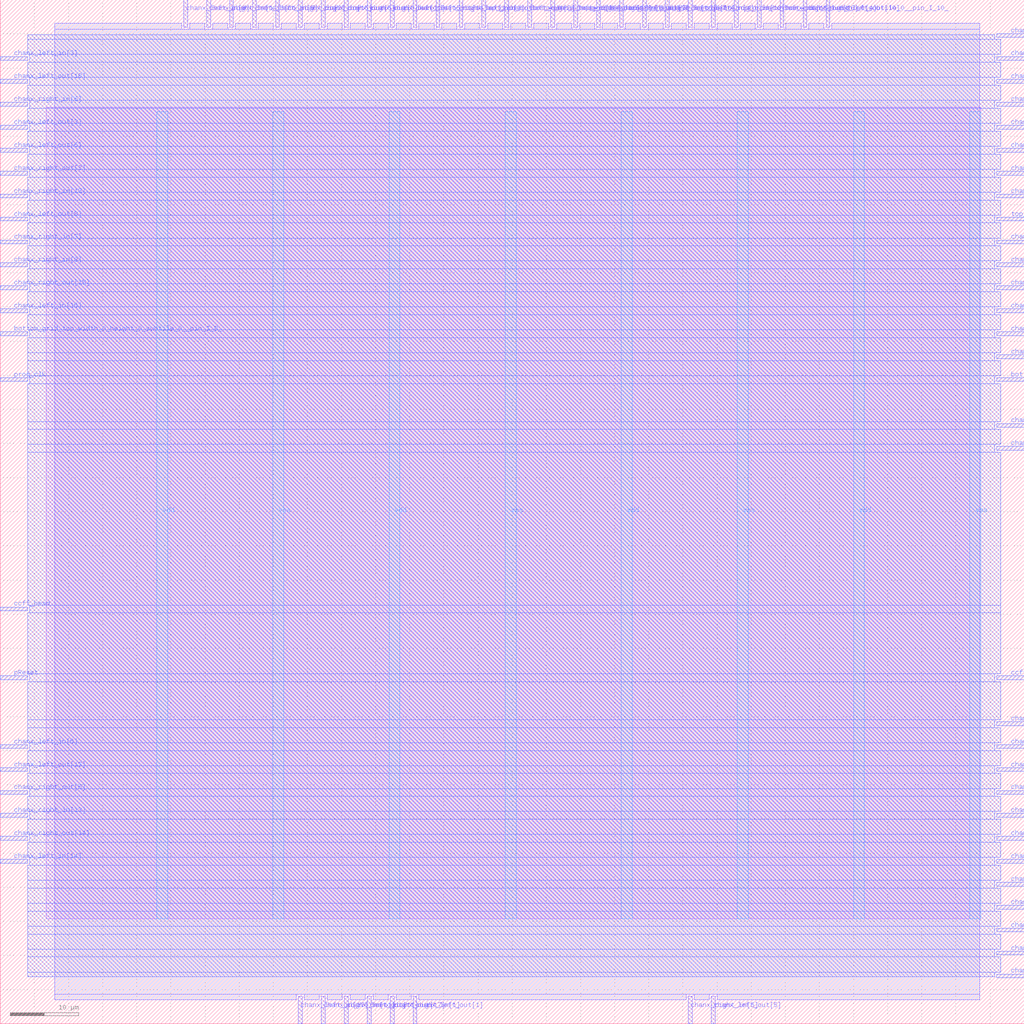
<source format=lef>
VERSION 5.7 ;
  NOWIREEXTENSIONATPIN ON ;
  DIVIDERCHAR "/" ;
  BUSBITCHARS "[]" ;
MACRO cbx_1__1_
  CLASS BLOCK ;
  FOREIGN cbx_1__1_ ;
  ORIGIN 0.000 0.000 ;
  SIZE 150.000 BY 150.000 ;
  PIN bottom_grid_top_width_0_height_0_subtile_0__pin_I_0_
    DIRECTION OUTPUT TRISTATE ;
    USE SIGNAL ;
    ANTENNADIFFAREA 0.360800 ;
    PORT
      LAYER Metal3 ;
        RECT 146.000 94.080 150.000 94.640 ;
    END
  END bottom_grid_top_width_0_height_0_subtile_0__pin_I_0_
  PIN bottom_grid_top_width_0_height_0_subtile_0__pin_I_4_
    DIRECTION OUTPUT TRISTATE ;
    USE SIGNAL ;
    ANTENNADIFFAREA 0.360800 ;
    PORT
      LAYER Metal2 ;
        RECT 77.280 146.000 77.840 150.000 ;
    END
  END bottom_grid_top_width_0_height_0_subtile_0__pin_I_4_
  PIN bottom_grid_top_width_0_height_0_subtile_0__pin_I_8_
    DIRECTION OUTPUT TRISTATE ;
    USE SIGNAL ;
    ANTENNADIFFAREA 0.360800 ;
    PORT
      LAYER Metal3 ;
        RECT 0.000 100.800 4.000 101.360 ;
    END
  END bottom_grid_top_width_0_height_0_subtile_0__pin_I_8_
  PIN ccff_head
    DIRECTION INPUT ;
    USE SIGNAL ;
    ANTENNAGATEAREA 0.741000 ;
    ANTENNADIFFAREA 0.410400 ;
    PORT
      LAYER Metal3 ;
        RECT 0.000 60.480 4.000 61.040 ;
    END
  END ccff_head
  PIN ccff_tail
    DIRECTION OUTPUT TRISTATE ;
    USE SIGNAL ;
    ANTENNADIFFAREA 2.080400 ;
    PORT
      LAYER Metal3 ;
        RECT 146.000 50.400 150.000 50.960 ;
    END
  END ccff_tail
  PIN chanx_left_in[0]
    DIRECTION INPUT ;
    USE SIGNAL ;
    ANTENNAGATEAREA 0.741000 ;
    ANTENNADIFFAREA 0.410400 ;
    PORT
      LAYER Metal2 ;
        RECT 26.880 146.000 27.440 150.000 ;
    END
  END chanx_left_in[0]
  PIN chanx_left_in[10]
    DIRECTION INPUT ;
    USE SIGNAL ;
    ANTENNAGATEAREA 0.741000 ;
    ANTENNADIFFAREA 0.410400 ;
    PORT
      LAYER Metal2 ;
        RECT 97.440 146.000 98.000 150.000 ;
    END
  END chanx_left_in[10]
  PIN chanx_left_in[11]
    DIRECTION INPUT ;
    USE SIGNAL ;
    ANTENNAGATEAREA 0.741000 ;
    ANTENNADIFFAREA 0.410400 ;
    PORT
      LAYER Metal2 ;
        RECT 33.600 146.000 34.160 150.000 ;
    END
  END chanx_left_in[11]
  PIN chanx_left_in[12]
    DIRECTION INPUT ;
    USE SIGNAL ;
    ANTENNAGATEAREA 0.741000 ;
    ANTENNADIFFAREA 0.410400 ;
    PORT
      LAYER Metal3 ;
        RECT 146.000 104.160 150.000 104.720 ;
    END
  END chanx_left_in[12]
  PIN chanx_left_in[13]
    DIRECTION INPUT ;
    USE SIGNAL ;
    ANTENNAGATEAREA 0.741000 ;
    ANTENNADIFFAREA 0.410400 ;
    PORT
      LAYER Metal3 ;
        RECT 146.000 114.240 150.000 114.800 ;
    END
  END chanx_left_in[13]
  PIN chanx_left_in[14]
    DIRECTION INPUT ;
    USE SIGNAL ;
    ANTENNAGATEAREA 0.741000 ;
    ANTENNADIFFAREA 0.410400 ;
    PORT
      LAYER Metal3 ;
        RECT 0.000 23.520 4.000 24.080 ;
    END
  END chanx_left_in[14]
  PIN chanx_left_in[15]
    DIRECTION INPUT ;
    USE SIGNAL ;
    ANTENNAGATEAREA 0.741000 ;
    ANTENNADIFFAREA 0.410400 ;
    PORT
      LAYER Metal3 ;
        RECT 0.000 104.160 4.000 104.720 ;
    END
  END chanx_left_in[15]
  PIN chanx_left_in[16]
    DIRECTION INPUT ;
    USE SIGNAL ;
    ANTENNAGATEAREA 0.741000 ;
    ANTENNADIFFAREA 0.410400 ;
    PORT
      LAYER Metal3 ;
        RECT 146.000 144.480 150.000 145.040 ;
    END
  END chanx_left_in[16]
  PIN chanx_left_in[17]
    DIRECTION INPUT ;
    USE SIGNAL ;
    ANTENNAGATEAREA 0.741000 ;
    ANTENNADIFFAREA 0.410400 ;
    PORT
      LAYER Metal2 ;
        RECT 43.680 0.000 44.240 4.000 ;
    END
  END chanx_left_in[17]
  PIN chanx_left_in[18]
    DIRECTION INPUT ;
    USE SIGNAL ;
    ANTENNAGATEAREA 0.741000 ;
    ANTENNADIFFAREA 0.410400 ;
    PORT
      LAYER Metal2 ;
        RECT 80.640 146.000 81.200 150.000 ;
    END
  END chanx_left_in[18]
  PIN chanx_left_in[19]
    DIRECTION INPUT ;
    USE SIGNAL ;
    ANTENNAGATEAREA 0.741000 ;
    ANTENNADIFFAREA 0.410400 ;
    PORT
      LAYER Metal3 ;
        RECT 146.000 120.960 150.000 121.520 ;
    END
  END chanx_left_in[19]
  PIN chanx_left_in[1]
    DIRECTION INPUT ;
    USE SIGNAL ;
    ANTENNAGATEAREA 0.741000 ;
    ANTENNADIFFAREA 0.410400 ;
    PORT
      LAYER Metal2 ;
        RECT 67.200 146.000 67.760 150.000 ;
    END
  END chanx_left_in[1]
  PIN chanx_left_in[2]
    DIRECTION INPUT ;
    USE SIGNAL ;
    ANTENNAGATEAREA 0.741000 ;
    ANTENNADIFFAREA 0.410400 ;
    PORT
      LAYER Metal3 ;
        RECT 146.000 137.760 150.000 138.320 ;
    END
  END chanx_left_in[2]
  PIN chanx_left_in[3]
    DIRECTION INPUT ;
    USE SIGNAL ;
    ANTENNAGATEAREA 0.741000 ;
    ANTENNADIFFAREA 0.410400 ;
    PORT
      LAYER Metal3 ;
        RECT 0.000 141.120 4.000 141.680 ;
    END
  END chanx_left_in[3]
  PIN chanx_left_in[4]
    DIRECTION INPUT ;
    USE SIGNAL ;
    ANTENNAGATEAREA 0.741000 ;
    ANTENNADIFFAREA 0.410400 ;
    PORT
      LAYER Metal2 ;
        RECT 100.800 146.000 101.360 150.000 ;
    END
  END chanx_left_in[4]
  PIN chanx_left_in[5]
    DIRECTION INPUT ;
    USE SIGNAL ;
    ANTENNAGATEAREA 0.741000 ;
    ANTENNADIFFAREA 0.410400 ;
    PORT
      LAYER Metal2 ;
        RECT 36.960 146.000 37.520 150.000 ;
    END
  END chanx_left_in[5]
  PIN chanx_left_in[6]
    DIRECTION INPUT ;
    USE SIGNAL ;
    ANTENNAGATEAREA 0.741000 ;
    ANTENNADIFFAREA 0.410400 ;
    PORT
      LAYER Metal3 ;
        RECT 0.000 40.320 4.000 40.880 ;
    END
  END chanx_left_in[6]
  PIN chanx_left_in[7]
    DIRECTION INPUT ;
    USE SIGNAL ;
    ANTENNAGATEAREA 0.741000 ;
    ANTENNADIFFAREA 0.410400 ;
    PORT
      LAYER Metal3 ;
        RECT 146.000 6.720 150.000 7.280 ;
    END
  END chanx_left_in[7]
  PIN chanx_left_in[8]
    DIRECTION INPUT ;
    USE SIGNAL ;
    ANTENNAGATEAREA 0.741000 ;
    ANTENNADIFFAREA 0.410400 ;
    PORT
      LAYER Metal3 ;
        RECT 146.000 40.320 150.000 40.880 ;
    END
  END chanx_left_in[8]
  PIN chanx_left_in[9]
    DIRECTION INPUT ;
    USE SIGNAL ;
    ANTENNAGATEAREA 0.741000 ;
    ANTENNADIFFAREA 0.410400 ;
    PORT
      LAYER Metal3 ;
        RECT 146.000 110.880 150.000 111.440 ;
    END
  END chanx_left_in[9]
  PIN chanx_left_out[0]
    DIRECTION OUTPUT TRISTATE ;
    USE SIGNAL ;
    ANTENNADIFFAREA 2.080400 ;
    PORT
      LAYER Metal3 ;
        RECT 146.000 141.120 150.000 141.680 ;
    END
  END chanx_left_out[0]
  PIN chanx_left_out[10]
    DIRECTION OUTPUT TRISTATE ;
    USE SIGNAL ;
    ANTENNADIFFAREA 2.080400 ;
    PORT
      LAYER Metal2 ;
        RECT 120.960 146.000 121.520 150.000 ;
    END
  END chanx_left_out[10]
  PIN chanx_left_out[11]
    DIRECTION OUTPUT TRISTATE ;
    USE SIGNAL ;
    ANTENNADIFFAREA 2.080400 ;
    PORT
      LAYER Metal2 ;
        RECT 50.400 0.000 50.960 4.000 ;
    END
  END chanx_left_out[11]
  PIN chanx_left_out[12]
    DIRECTION OUTPUT TRISTATE ;
    USE SIGNAL ;
    ANTENNADIFFAREA 2.080400 ;
    PORT
      LAYER Metal3 ;
        RECT 146.000 36.960 150.000 37.520 ;
    END
  END chanx_left_out[12]
  PIN chanx_left_out[13]
    DIRECTION OUTPUT TRISTATE ;
    USE SIGNAL ;
    ANTENNADIFFAREA 1.986000 ;
    PORT
      LAYER Metal3 ;
        RECT 0.000 36.960 4.000 37.520 ;
    END
  END chanx_left_out[13]
  PIN chanx_left_out[14]
    DIRECTION OUTPUT TRISTATE ;
    USE SIGNAL ;
    ANTENNADIFFAREA 1.986000 ;
    PORT
      LAYER Metal2 ;
        RECT 60.480 146.000 61.040 150.000 ;
    END
  END chanx_left_out[14]
  PIN chanx_left_out[15]
    DIRECTION OUTPUT TRISTATE ;
    USE SIGNAL ;
    ANTENNADIFFAREA 2.080400 ;
    PORT
      LAYER Metal2 ;
        RECT 57.120 146.000 57.680 150.000 ;
    END
  END chanx_left_out[15]
  PIN chanx_left_out[16]
    DIRECTION OUTPUT TRISTATE ;
    USE SIGNAL ;
    ANTENNADIFFAREA 2.080400 ;
    PORT
      LAYER Metal2 ;
        RECT 110.880 146.000 111.440 150.000 ;
    END
  END chanx_left_out[16]
  PIN chanx_left_out[17]
    DIRECTION OUTPUT TRISTATE ;
    USE SIGNAL ;
    ANTENNADIFFAREA 2.080400 ;
    PORT
      LAYER Metal3 ;
        RECT 146.000 30.240 150.000 30.800 ;
    END
  END chanx_left_out[17]
  PIN chanx_left_out[18]
    DIRECTION OUTPUT TRISTATE ;
    USE SIGNAL ;
    ANTENNADIFFAREA 2.080400 ;
    PORT
      LAYER Metal3 ;
        RECT 0.000 137.760 4.000 138.320 ;
    END
  END chanx_left_out[18]
  PIN chanx_left_out[19]
    DIRECTION OUTPUT TRISTATE ;
    USE SIGNAL ;
    ANTENNADIFFAREA 2.080400 ;
    PORT
      LAYER Metal3 ;
        RECT 146.000 26.880 150.000 27.440 ;
    END
  END chanx_left_out[19]
  PIN chanx_left_out[1]
    DIRECTION OUTPUT TRISTATE ;
    USE SIGNAL ;
    ANTENNADIFFAREA 2.080400 ;
    PORT
      LAYER Metal2 ;
        RECT 60.480 0.000 61.040 4.000 ;
    END
  END chanx_left_out[1]
  PIN chanx_left_out[2]
    DIRECTION OUTPUT TRISTATE ;
    USE SIGNAL ;
    ANTENNADIFFAREA 2.080400 ;
    PORT
      LAYER Metal2 ;
        RECT 73.920 146.000 74.480 150.000 ;
    END
  END chanx_left_out[2]
  PIN chanx_left_out[3]
    DIRECTION OUTPUT TRISTATE ;
    USE SIGNAL ;
    ANTENNADIFFAREA 2.080400 ;
    PORT
      LAYER Metal3 ;
        RECT 0.000 131.040 4.000 131.600 ;
    END
  END chanx_left_out[3]
  PIN chanx_left_out[4]
    DIRECTION OUTPUT TRISTATE ;
    USE SIGNAL ;
    ANTENNADIFFAREA 2.080400 ;
    PORT
      LAYER Metal3 ;
        RECT 146.000 33.600 150.000 34.160 ;
    END
  END chanx_left_out[4]
  PIN chanx_left_out[5]
    DIRECTION OUTPUT TRISTATE ;
    USE SIGNAL ;
    ANTENNADIFFAREA 2.080400 ;
    PORT
      LAYER Metal2 ;
        RECT 104.160 0.000 104.720 4.000 ;
    END
  END chanx_left_out[5]
  PIN chanx_left_out[6]
    DIRECTION OUTPUT TRISTATE ;
    USE SIGNAL ;
    ANTENNADIFFAREA 1.986000 ;
    PORT
      LAYER Metal3 ;
        RECT 0.000 127.680 4.000 128.240 ;
    END
  END chanx_left_out[6]
  PIN chanx_left_out[7]
    DIRECTION OUTPUT TRISTATE ;
    USE SIGNAL ;
    ANTENNADIFFAREA 2.080400 ;
    PORT
      LAYER Metal2 ;
        RECT 90.720 146.000 91.280 150.000 ;
    END
  END chanx_left_out[7]
  PIN chanx_left_out[8]
    DIRECTION OUTPUT TRISTATE ;
    USE SIGNAL ;
    ANTENNADIFFAREA 2.080400 ;
    PORT
      LAYER Metal3 ;
        RECT 0.000 117.600 4.000 118.160 ;
    END
  END chanx_left_out[8]
  PIN chanx_left_out[9]
    DIRECTION OUTPUT TRISTATE ;
    USE SIGNAL ;
    ANTENNADIFFAREA 2.080400 ;
    PORT
      LAYER Metal3 ;
        RECT 146.000 87.360 150.000 87.920 ;
    END
  END chanx_left_out[9]
  PIN chanx_right_in[0]
    DIRECTION INPUT ;
    USE SIGNAL ;
    ANTENNAGATEAREA 0.741000 ;
    ANTENNADIFFAREA 0.410400 ;
    PORT
      LAYER Metal3 ;
        RECT 146.000 107.520 150.000 108.080 ;
    END
  END chanx_right_in[0]
  PIN chanx_right_in[10]
    DIRECTION INPUT ;
    USE SIGNAL ;
    ANTENNAGATEAREA 0.741000 ;
    ANTENNADIFFAREA 0.410400 ;
    PORT
      LAYER Metal2 ;
        RECT 104.160 146.000 104.720 150.000 ;
    END
  END chanx_right_in[10]
  PIN chanx_right_in[11]
    DIRECTION INPUT ;
    USE SIGNAL ;
    ANTENNAGATEAREA 0.741000 ;
    ANTENNADIFFAREA 0.410400 ;
    PORT
      LAYER Metal2 ;
        RECT 47.040 0.000 47.600 4.000 ;
    END
  END chanx_right_in[11]
  PIN chanx_right_in[12]
    DIRECTION INPUT ;
    USE SIGNAL ;
    ANTENNAGATEAREA 0.741000 ;
    ANTENNADIFFAREA 0.410400 ;
    PORT
      LAYER Metal3 ;
        RECT 146.000 10.080 150.000 10.640 ;
    END
  END chanx_right_in[12]
  PIN chanx_right_in[13]
    DIRECTION INPUT ;
    USE SIGNAL ;
    ANTENNAGATEAREA 0.741000 ;
    ANTENNADIFFAREA 0.410400 ;
    PORT
      LAYER Metal3 ;
        RECT 0.000 30.240 4.000 30.800 ;
    END
  END chanx_right_in[13]
  PIN chanx_right_in[14]
    DIRECTION INPUT ;
    USE SIGNAL ;
    ANTENNAGATEAREA 0.741000 ;
    ANTENNADIFFAREA 0.410400 ;
    PORT
      LAYER Metal2 ;
        RECT 30.240 146.000 30.800 150.000 ;
    END
  END chanx_right_in[14]
  PIN chanx_right_in[15]
    DIRECTION INPUT ;
    USE SIGNAL ;
    ANTENNAGATEAREA 0.741000 ;
    ANTENNADIFFAREA 0.410400 ;
    PORT
      LAYER Metal2 ;
        RECT 43.680 146.000 44.240 150.000 ;
    END
  END chanx_right_in[15]
  PIN chanx_right_in[16]
    DIRECTION INPUT ;
    USE SIGNAL ;
    ANTENNAGATEAREA 0.741000 ;
    ANTENNADIFFAREA 0.410400 ;
    PORT
      LAYER Metal2 ;
        RECT 94.080 146.000 94.640 150.000 ;
    END
  END chanx_right_in[16]
  PIN chanx_right_in[17]
    DIRECTION INPUT ;
    USE SIGNAL ;
    ANTENNAGATEAREA 0.741000 ;
    ANTENNADIFFAREA 0.410400 ;
    PORT
      LAYER Metal3 ;
        RECT 146.000 20.160 150.000 20.720 ;
    END
  END chanx_right_in[17]
  PIN chanx_right_in[18]
    DIRECTION INPUT ;
    USE SIGNAL ;
    ANTENNAGATEAREA 0.741000 ;
    ANTENNADIFFAREA 0.410400 ;
    PORT
      LAYER Metal3 ;
        RECT 0.000 120.960 4.000 121.520 ;
    END
  END chanx_right_in[18]
  PIN chanx_right_in[19]
    DIRECTION INPUT ;
    USE SIGNAL ;
    ANTENNAGATEAREA 0.741000 ;
    ANTENNADIFFAREA 0.410400 ;
    PORT
      LAYER Metal3 ;
        RECT 146.000 13.440 150.000 14.000 ;
    END
  END chanx_right_in[19]
  PIN chanx_right_in[1]
    DIRECTION INPUT ;
    USE SIGNAL ;
    ANTENNAGATEAREA 0.741000 ;
    ANTENNADIFFAREA 0.410400 ;
    PORT
      LAYER Metal2 ;
        RECT 57.120 0.000 57.680 4.000 ;
    END
  END chanx_right_in[1]
  PIN chanx_right_in[2]
    DIRECTION INPUT ;
    USE SIGNAL ;
    ANTENNAGATEAREA 0.741000 ;
    ANTENNADIFFAREA 0.410400 ;
    PORT
      LAYER Metal2 ;
        RECT 40.320 146.000 40.880 150.000 ;
    END
  END chanx_right_in[2]
  PIN chanx_right_in[3]
    DIRECTION INPUT ;
    USE SIGNAL ;
    ANTENNAGATEAREA 0.741000 ;
    ANTENNADIFFAREA 0.410400 ;
    PORT
      LAYER Metal3 ;
        RECT 0.000 114.240 4.000 114.800 ;
    END
  END chanx_right_in[3]
  PIN chanx_right_in[4]
    DIRECTION INPUT ;
    USE SIGNAL ;
    ANTENNAGATEAREA 0.741000 ;
    ANTENNADIFFAREA 0.410400 ;
    PORT
      LAYER Metal3 ;
        RECT 146.000 16.800 150.000 17.360 ;
    END
  END chanx_right_in[4]
  PIN chanx_right_in[5]
    DIRECTION INPUT ;
    USE SIGNAL ;
    ANTENNAGATEAREA 0.741000 ;
    ANTENNADIFFAREA 0.410400 ;
    PORT
      LAYER Metal2 ;
        RECT 100.800 0.000 101.360 4.000 ;
    END
  END chanx_right_in[5]
  PIN chanx_right_in[6]
    DIRECTION INPUT ;
    USE SIGNAL ;
    ANTENNAGATEAREA 0.741000 ;
    ANTENNADIFFAREA 0.410400 ;
    PORT
      LAYER Metal3 ;
        RECT 0.000 134.400 4.000 134.960 ;
    END
  END chanx_right_in[6]
  PIN chanx_right_in[7]
    DIRECTION INPUT ;
    USE SIGNAL ;
    ANTENNAGATEAREA 0.741000 ;
    ANTENNADIFFAREA 0.410400 ;
    PORT
      LAYER Metal2 ;
        RECT 87.360 146.000 87.920 150.000 ;
    END
  END chanx_right_in[7]
  PIN chanx_right_in[8]
    DIRECTION INPUT ;
    USE SIGNAL ;
    ANTENNAGATEAREA 0.741000 ;
    ANTENNADIFFAREA 0.410400 ;
    PORT
      LAYER Metal3 ;
        RECT 0.000 110.880 4.000 111.440 ;
    END
  END chanx_right_in[8]
  PIN chanx_right_in[9]
    DIRECTION INPUT ;
    USE SIGNAL ;
    ANTENNAGATEAREA 0.741000 ;
    ANTENNADIFFAREA 0.410400 ;
    PORT
      LAYER Metal3 ;
        RECT 146.000 84.000 150.000 84.560 ;
    END
  END chanx_right_in[9]
  PIN chanx_right_out[0]
    DIRECTION OUTPUT TRISTATE ;
    USE SIGNAL ;
    ANTENNADIFFAREA 2.080400 ;
    PORT
      LAYER Metal2 ;
        RECT 50.400 146.000 50.960 150.000 ;
    END
  END chanx_right_out[0]
  PIN chanx_right_out[10]
    DIRECTION OUTPUT TRISTATE ;
    USE SIGNAL ;
    ANTENNADIFFAREA 2.080400 ;
    PORT
      LAYER Metal2 ;
        RECT 114.240 146.000 114.800 150.000 ;
    END
  END chanx_right_out[10]
  PIN chanx_right_out[11]
    DIRECTION OUTPUT TRISTATE ;
    USE SIGNAL ;
    ANTENNADIFFAREA 1.986000 ;
    PORT
      LAYER Metal2 ;
        RECT 53.760 146.000 54.320 150.000 ;
    END
  END chanx_right_out[11]
  PIN chanx_right_out[12]
    DIRECTION OUTPUT TRISTATE ;
    USE SIGNAL ;
    ANTENNADIFFAREA 1.986000 ;
    PORT
      LAYER Metal3 ;
        RECT 146.000 97.440 150.000 98.000 ;
    END
  END chanx_right_out[12]
  PIN chanx_right_out[13]
    DIRECTION OUTPUT TRISTATE ;
    USE SIGNAL ;
    ANTENNADIFFAREA 2.080400 ;
    PORT
      LAYER Metal3 ;
        RECT 146.000 131.040 150.000 131.600 ;
    END
  END chanx_right_out[13]
  PIN chanx_right_out[14]
    DIRECTION OUTPUT TRISTATE ;
    USE SIGNAL ;
    ANTENNADIFFAREA 1.986000 ;
    PORT
      LAYER Metal3 ;
        RECT 0.000 26.880 4.000 27.440 ;
    END
  END chanx_right_out[14]
  PIN chanx_right_out[15]
    DIRECTION OUTPUT TRISTATE ;
    USE SIGNAL ;
    ANTENNADIFFAREA 2.080400 ;
    PORT
      LAYER Metal3 ;
        RECT 0.000 107.520 4.000 108.080 ;
    END
  END chanx_right_out[15]
  PIN chanx_right_out[16]
    DIRECTION OUTPUT TRISTATE ;
    USE SIGNAL ;
    ANTENNADIFFAREA 1.986000 ;
    PORT
      LAYER Metal3 ;
        RECT 146.000 127.680 150.000 128.240 ;
    END
  END chanx_right_out[16]
  PIN chanx_right_out[17]
    DIRECTION OUTPUT TRISTATE ;
    USE SIGNAL ;
    ANTENNADIFFAREA 2.080400 ;
    PORT
      LAYER Metal2 ;
        RECT 53.760 0.000 54.320 4.000 ;
    END
  END chanx_right_out[17]
  PIN chanx_right_out[18]
    DIRECTION OUTPUT TRISTATE ;
    USE SIGNAL ;
    ANTENNADIFFAREA 2.080400 ;
    PORT
      LAYER Metal2 ;
        RECT 84.000 146.000 84.560 150.000 ;
    END
  END chanx_right_out[18]
  PIN chanx_right_out[19]
    DIRECTION OUTPUT TRISTATE ;
    USE SIGNAL ;
    ANTENNADIFFAREA 2.080400 ;
    PORT
      LAYER Metal3 ;
        RECT 146.000 134.400 150.000 134.960 ;
    END
  END chanx_right_out[19]
  PIN chanx_right_out[1]
    DIRECTION OUTPUT TRISTATE ;
    USE SIGNAL ;
    ANTENNADIFFAREA 2.080400 ;
    PORT
      LAYER Metal2 ;
        RECT 63.840 146.000 64.400 150.000 ;
    END
  END chanx_right_out[1]
  PIN chanx_right_out[2]
    DIRECTION OUTPUT TRISTATE ;
    USE SIGNAL ;
    ANTENNADIFFAREA 2.080400 ;
    PORT
      LAYER Metal3 ;
        RECT 146.000 124.320 150.000 124.880 ;
    END
  END chanx_right_out[2]
  PIN chanx_right_out[3]
    DIRECTION OUTPUT TRISTATE ;
    USE SIGNAL ;
    ANTENNADIFFAREA 2.080400 ;
    PORT
      LAYER Metal3 ;
        RECT 0.000 124.320 4.000 124.880 ;
    END
  END chanx_right_out[3]
  PIN chanx_right_out[4]
    DIRECTION OUTPUT TRISTATE ;
    USE SIGNAL ;
    ANTENNADIFFAREA 2.080400 ;
    PORT
      LAYER Metal2 ;
        RECT 117.600 146.000 118.160 150.000 ;
    END
  END chanx_right_out[4]
  PIN chanx_right_out[5]
    DIRECTION OUTPUT TRISTATE ;
    USE SIGNAL ;
    ANTENNADIFFAREA 2.080400 ;
    PORT
      LAYER Metal2 ;
        RECT 47.040 146.000 47.600 150.000 ;
    END
  END chanx_right_out[5]
  PIN chanx_right_out[6]
    DIRECTION OUTPUT TRISTATE ;
    USE SIGNAL ;
    ANTENNADIFFAREA 1.986000 ;
    PORT
      LAYER Metal3 ;
        RECT 0.000 33.600 4.000 34.160 ;
    END
  END chanx_right_out[6]
  PIN chanx_right_out[7]
    DIRECTION OUTPUT TRISTATE ;
    USE SIGNAL ;
    ANTENNADIFFAREA 2.080400 ;
    PORT
      LAYER Metal3 ;
        RECT 146.000 23.520 150.000 24.080 ;
    END
  END chanx_right_out[7]
  PIN chanx_right_out[8]
    DIRECTION OUTPUT TRISTATE ;
    USE SIGNAL ;
    ANTENNADIFFAREA 2.080400 ;
    PORT
      LAYER Metal3 ;
        RECT 146.000 43.680 150.000 44.240 ;
    END
  END chanx_right_out[8]
  PIN chanx_right_out[9]
    DIRECTION OUTPUT TRISTATE ;
    USE SIGNAL ;
    ANTENNADIFFAREA 1.986000 ;
    PORT
      LAYER Metal3 ;
        RECT 146.000 100.800 150.000 101.360 ;
    END
  END chanx_right_out[9]
  PIN pReset
    DIRECTION INPUT ;
    USE SIGNAL ;
    ANTENNAGATEAREA 0.498500 ;
    ANTENNADIFFAREA 0.410400 ;
    PORT
      LAYER Metal3 ;
        RECT 0.000 50.400 4.000 50.960 ;
    END
  END pReset
  PIN prog_clk
    DIRECTION INPUT ;
    USE SIGNAL ;
    ANTENNAGATEAREA 4.738000 ;
    ANTENNADIFFAREA 0.410400 ;
    PORT
      LAYER Metal3 ;
        RECT 0.000 94.080 4.000 94.640 ;
    END
  END prog_clk
  PIN top_grid_bottom_width_0_height_0_subtile_0__pin_I_10_
    DIRECTION OUTPUT TRISTATE ;
    USE SIGNAL ;
    ANTENNADIFFAREA 0.360800 ;
    PORT
      LAYER Metal2 ;
        RECT 107.520 146.000 108.080 150.000 ;
    END
  END top_grid_bottom_width_0_height_0_subtile_0__pin_I_10_
  PIN top_grid_bottom_width_0_height_0_subtile_0__pin_I_2_
    DIRECTION OUTPUT TRISTATE ;
    USE SIGNAL ;
    ANTENNADIFFAREA 0.360800 ;
    PORT
      LAYER Metal2 ;
        RECT 70.560 146.000 71.120 150.000 ;
    END
  END top_grid_bottom_width_0_height_0_subtile_0__pin_I_2_
  PIN top_grid_bottom_width_0_height_0_subtile_0__pin_I_6_
    DIRECTION OUTPUT TRISTATE ;
    USE SIGNAL ;
    ANTENNADIFFAREA 0.360800 ;
    PORT
      LAYER Metal3 ;
        RECT 146.000 117.600 150.000 118.160 ;
    END
  END top_grid_bottom_width_0_height_0_subtile_0__pin_I_6_
  PIN vdd
    DIRECTION INOUT ;
    USE POWER ;
    PORT
      LAYER Metal4 ;
        RECT 22.930 15.380 24.530 133.580 ;
    END
    PORT
      LAYER Metal4 ;
        RECT 56.950 15.380 58.550 133.580 ;
    END
    PORT
      LAYER Metal4 ;
        RECT 90.970 15.380 92.570 133.580 ;
    END
    PORT
      LAYER Metal4 ;
        RECT 124.990 15.380 126.590 133.580 ;
    END
  END vdd
  PIN vss
    DIRECTION INOUT ;
    USE GROUND ;
    PORT
      LAYER Metal4 ;
        RECT 39.940 15.380 41.540 133.580 ;
    END
    PORT
      LAYER Metal4 ;
        RECT 73.960 15.380 75.560 133.580 ;
    END
    PORT
      LAYER Metal4 ;
        RECT 107.980 15.380 109.580 133.580 ;
    END
    PORT
      LAYER Metal4 ;
        RECT 142.000 15.380 143.600 133.580 ;
    END
  END vss
  OBS
      LAYER Metal1 ;
        RECT 6.720 15.380 143.600 134.250 ;
      LAYER Metal2 ;
        RECT 7.980 145.700 26.580 146.580 ;
        RECT 27.740 145.700 29.940 146.580 ;
        RECT 31.100 145.700 33.300 146.580 ;
        RECT 34.460 145.700 36.660 146.580 ;
        RECT 37.820 145.700 40.020 146.580 ;
        RECT 41.180 145.700 43.380 146.580 ;
        RECT 44.540 145.700 46.740 146.580 ;
        RECT 47.900 145.700 50.100 146.580 ;
        RECT 51.260 145.700 53.460 146.580 ;
        RECT 54.620 145.700 56.820 146.580 ;
        RECT 57.980 145.700 60.180 146.580 ;
        RECT 61.340 145.700 63.540 146.580 ;
        RECT 64.700 145.700 66.900 146.580 ;
        RECT 68.060 145.700 70.260 146.580 ;
        RECT 71.420 145.700 73.620 146.580 ;
        RECT 74.780 145.700 76.980 146.580 ;
        RECT 78.140 145.700 80.340 146.580 ;
        RECT 81.500 145.700 83.700 146.580 ;
        RECT 84.860 145.700 87.060 146.580 ;
        RECT 88.220 145.700 90.420 146.580 ;
        RECT 91.580 145.700 93.780 146.580 ;
        RECT 94.940 145.700 97.140 146.580 ;
        RECT 98.300 145.700 100.500 146.580 ;
        RECT 101.660 145.700 103.860 146.580 ;
        RECT 105.020 145.700 107.220 146.580 ;
        RECT 108.380 145.700 110.580 146.580 ;
        RECT 111.740 145.700 113.940 146.580 ;
        RECT 115.100 145.700 117.300 146.580 ;
        RECT 118.460 145.700 120.660 146.580 ;
        RECT 121.820 145.700 143.460 146.580 ;
        RECT 7.980 4.300 143.460 145.700 ;
        RECT 7.980 3.500 43.380 4.300 ;
        RECT 44.540 3.500 46.740 4.300 ;
        RECT 47.900 3.500 50.100 4.300 ;
        RECT 51.260 3.500 53.460 4.300 ;
        RECT 54.620 3.500 56.820 4.300 ;
        RECT 57.980 3.500 60.180 4.300 ;
        RECT 61.340 3.500 100.500 4.300 ;
        RECT 101.660 3.500 103.860 4.300 ;
        RECT 105.020 3.500 143.460 4.300 ;
      LAYER Metal3 ;
        RECT 4.000 144.180 145.700 144.900 ;
        RECT 4.000 141.980 146.580 144.180 ;
        RECT 4.300 140.820 145.700 141.980 ;
        RECT 4.000 138.620 146.580 140.820 ;
        RECT 4.300 137.460 145.700 138.620 ;
        RECT 4.000 135.260 146.580 137.460 ;
        RECT 4.300 134.100 145.700 135.260 ;
        RECT 4.000 131.900 146.580 134.100 ;
        RECT 4.300 130.740 145.700 131.900 ;
        RECT 4.000 128.540 146.580 130.740 ;
        RECT 4.300 127.380 145.700 128.540 ;
        RECT 4.000 125.180 146.580 127.380 ;
        RECT 4.300 124.020 145.700 125.180 ;
        RECT 4.000 121.820 146.580 124.020 ;
        RECT 4.300 120.660 145.700 121.820 ;
        RECT 4.000 118.460 146.580 120.660 ;
        RECT 4.300 117.300 145.700 118.460 ;
        RECT 4.000 115.100 146.580 117.300 ;
        RECT 4.300 113.940 145.700 115.100 ;
        RECT 4.000 111.740 146.580 113.940 ;
        RECT 4.300 110.580 145.700 111.740 ;
        RECT 4.000 108.380 146.580 110.580 ;
        RECT 4.300 107.220 145.700 108.380 ;
        RECT 4.000 105.020 146.580 107.220 ;
        RECT 4.300 103.860 145.700 105.020 ;
        RECT 4.000 101.660 146.580 103.860 ;
        RECT 4.300 100.500 145.700 101.660 ;
        RECT 4.000 98.300 146.580 100.500 ;
        RECT 4.000 97.140 145.700 98.300 ;
        RECT 4.000 94.940 146.580 97.140 ;
        RECT 4.300 93.780 145.700 94.940 ;
        RECT 4.000 88.220 146.580 93.780 ;
        RECT 4.000 87.060 145.700 88.220 ;
        RECT 4.000 84.860 146.580 87.060 ;
        RECT 4.000 83.700 145.700 84.860 ;
        RECT 4.000 61.340 146.580 83.700 ;
        RECT 4.300 60.180 146.580 61.340 ;
        RECT 4.000 51.260 146.580 60.180 ;
        RECT 4.300 50.100 145.700 51.260 ;
        RECT 4.000 44.540 146.580 50.100 ;
        RECT 4.000 43.380 145.700 44.540 ;
        RECT 4.000 41.180 146.580 43.380 ;
        RECT 4.300 40.020 145.700 41.180 ;
        RECT 4.000 37.820 146.580 40.020 ;
        RECT 4.300 36.660 145.700 37.820 ;
        RECT 4.000 34.460 146.580 36.660 ;
        RECT 4.300 33.300 145.700 34.460 ;
        RECT 4.000 31.100 146.580 33.300 ;
        RECT 4.300 29.940 145.700 31.100 ;
        RECT 4.000 27.740 146.580 29.940 ;
        RECT 4.300 26.580 145.700 27.740 ;
        RECT 4.000 24.380 146.580 26.580 ;
        RECT 4.300 23.220 145.700 24.380 ;
        RECT 4.000 21.020 146.580 23.220 ;
        RECT 4.000 19.860 145.700 21.020 ;
        RECT 4.000 17.660 146.580 19.860 ;
        RECT 4.000 16.500 145.700 17.660 ;
        RECT 4.000 14.300 146.580 16.500 ;
        RECT 4.000 13.140 145.700 14.300 ;
        RECT 4.000 10.940 146.580 13.140 ;
        RECT 4.000 9.780 145.700 10.940 ;
        RECT 4.000 7.580 146.580 9.780 ;
        RECT 4.000 6.860 145.700 7.580 ;
  END
END cbx_1__1_
END LIBRARY


</source>
